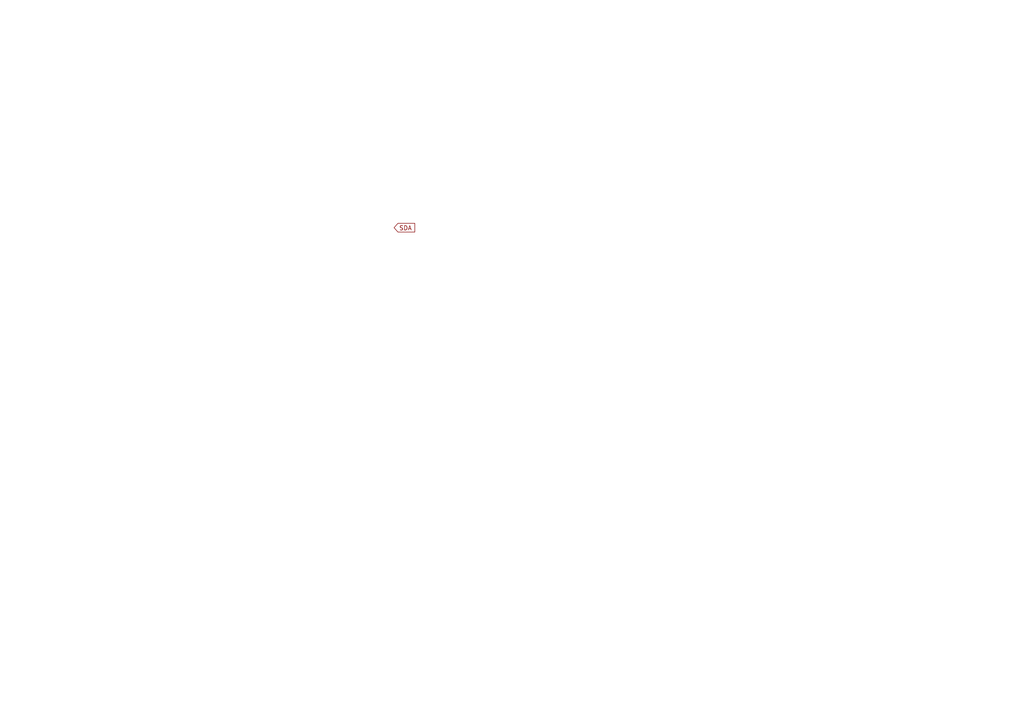
<source format=kicad_sch>
(kicad_sch (version 20211123) (generator eeschema)
  (paper "A4")
  (lib_symbols)
  (global_label "SDA" (shape input) (at 114.3 66.04 0) (property "Intersheet References" "${INTERSHEET_REFS}" (effects hide)))
)
</source>
